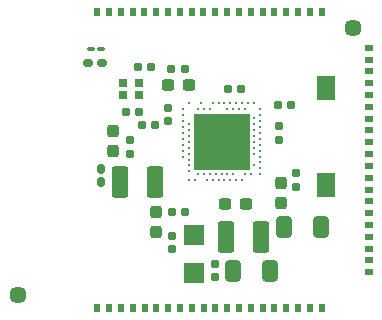
<source format=gbr>
%TF.GenerationSoftware,KiCad,Pcbnew,(5.99.0-9634-gb691c18bfc)*%
%TF.CreationDate,2021-03-08T14:45:00+01:00*%
%TF.ProjectId,nRF52840Breakout,6e524635-3238-4343-9042-7265616b6f75,rev?*%
%TF.SameCoordinates,Original*%
%TF.FileFunction,Soldermask,Top*%
%TF.FilePolarity,Negative*%
%FSLAX46Y46*%
G04 Gerber Fmt 4.6, Leading zero omitted, Abs format (unit mm)*
G04 Created by KiCad (PCBNEW (5.99.0-9634-gb691c18bfc)) date 2021-03-08 14:45:00*
%MOMM*%
%LPD*%
G01*
G04 APERTURE LIST*
G04 Aperture macros list*
%AMRoundRect*
0 Rectangle with rounded corners*
0 $1 Rounding radius*
0 $2 $3 $4 $5 $6 $7 $8 $9 X,Y pos of 4 corners*
0 Add a 4 corners polygon primitive as box body*
4,1,4,$2,$3,$4,$5,$6,$7,$8,$9,$2,$3,0*
0 Add four circle primitives for the rounded corners*
1,1,$1+$1,$2,$3*
1,1,$1+$1,$4,$5*
1,1,$1+$1,$6,$7*
1,1,$1+$1,$8,$9*
0 Add four rect primitives between the rounded corners*
20,1,$1+$1,$2,$3,$4,$5,0*
20,1,$1+$1,$4,$5,$6,$7,0*
20,1,$1+$1,$6,$7,$8,$9,0*
20,1,$1+$1,$8,$9,$2,$3,0*%
G04 Aperture macros list end*
%ADD10RoundRect,0.155000X-0.155000X0.212500X-0.155000X-0.212500X0.155000X-0.212500X0.155000X0.212500X0*%
%ADD11R,0.600000X0.800000*%
%ADD12R,0.800000X0.600000*%
%ADD13RoundRect,0.155000X0.212500X0.155000X-0.212500X0.155000X-0.212500X-0.155000X0.212500X-0.155000X0*%
%ADD14RoundRect,0.237500X0.237500X-0.300000X0.237500X0.300000X-0.237500X0.300000X-0.237500X-0.300000X0*%
%ADD15R,1.500000X2.000000*%
%ADD16RoundRect,0.160000X-0.160000X0.197500X-0.160000X-0.197500X0.160000X-0.197500X0.160000X0.197500X0*%
%ADD17RoundRect,0.160000X-0.222500X-0.160000X0.222500X-0.160000X0.222500X0.160000X-0.222500X0.160000X0*%
%ADD18R,0.750000X0.700000*%
%ADD19RoundRect,0.250001X0.462499X1.074999X-0.462499X1.074999X-0.462499X-1.074999X0.462499X-1.074999X0*%
%ADD20RoundRect,0.250000X-0.412500X-0.650000X0.412500X-0.650000X0.412500X0.650000X-0.412500X0.650000X0*%
%ADD21RoundRect,0.155000X0.155000X-0.212500X0.155000X0.212500X-0.155000X0.212500X-0.155000X-0.212500X0*%
%ADD22RoundRect,0.250000X0.412500X0.650000X-0.412500X0.650000X-0.412500X-0.650000X0.412500X-0.650000X0*%
%ADD23C,1.448000*%
%ADD24RoundRect,0.160000X0.160000X-0.222500X0.160000X0.222500X-0.160000X0.222500X-0.160000X-0.222500X0*%
%ADD25RoundRect,0.237500X-0.237500X0.300000X-0.237500X-0.300000X0.237500X-0.300000X0.237500X0.300000X0*%
%ADD26RoundRect,0.155000X-0.212500X-0.155000X0.212500X-0.155000X0.212500X0.155000X-0.212500X0.155000X0*%
%ADD27R,1.800000X1.750000*%
%ADD28C,0.250000*%
%ADD29R,4.850000X4.850000*%
%ADD30RoundRect,0.100000X0.217500X0.100000X-0.217500X0.100000X-0.217500X-0.100000X0.217500X-0.100000X0*%
%ADD31RoundRect,0.237500X-0.300000X-0.237500X0.300000X-0.237500X0.300000X0.237500X-0.300000X0.237500X0*%
%ADD32RoundRect,0.237500X0.300000X0.237500X-0.300000X0.237500X-0.300000X-0.237500X0.300000X-0.237500X0*%
G04 APERTURE END LIST*
D10*
%TO.C,C12*%
X30980000Y-24255000D03*
X30980000Y-25390000D03*
%TD*%
D11*
%TO.C,J2*%
X24940000Y-16150000D03*
X25940000Y-16150000D03*
X26940000Y-16150000D03*
X27940000Y-16150000D03*
X28940000Y-16150000D03*
X29940000Y-16150000D03*
X30940000Y-16150000D03*
X31940000Y-16150000D03*
X32940000Y-16150000D03*
X33940000Y-16150000D03*
X34940000Y-16150000D03*
X35940000Y-16150000D03*
X36940000Y-16150000D03*
X37940000Y-16150000D03*
X38940000Y-16150000D03*
X39940000Y-16150000D03*
X40940000Y-16150000D03*
X41940000Y-16150000D03*
X42940000Y-16150000D03*
X43940000Y-16150000D03*
%TD*%
D12*
%TO.C,J3*%
X47940000Y-19160000D03*
X47940000Y-20160000D03*
X47940000Y-21160000D03*
X47940000Y-22160000D03*
X47940000Y-23160000D03*
X47940000Y-24160000D03*
X47940000Y-25160000D03*
X47940000Y-26160000D03*
X47940000Y-27160000D03*
X47940000Y-28160000D03*
X47940000Y-29160000D03*
X47940000Y-30160000D03*
X47940000Y-31160000D03*
X47940000Y-32160000D03*
X47940000Y-33160000D03*
X47940000Y-34160000D03*
X47940000Y-35160000D03*
X47940000Y-36160000D03*
X47940000Y-37160000D03*
X47940000Y-38160000D03*
%TD*%
D13*
%TO.C,C10*%
X32347500Y-20930000D03*
X31212500Y-20930000D03*
%TD*%
D14*
%TO.C,C21*%
X40470000Y-32302500D03*
X40470000Y-30577500D03*
%TD*%
D15*
%TO.C,SW1*%
X44350000Y-30790000D03*
X44350000Y-22590000D03*
%TD*%
D16*
%TO.C,R1*%
X41750000Y-29762500D03*
X41750000Y-30957500D03*
%TD*%
D17*
%TO.C,L1*%
X24167500Y-20460000D03*
X25312500Y-20460000D03*
%TD*%
D18*
%TO.C,X1*%
X28450000Y-22160000D03*
X27100000Y-22160000D03*
X27100000Y-23160000D03*
X28450000Y-23160000D03*
%TD*%
D19*
%TO.C,L2*%
X29877500Y-30490000D03*
X26902500Y-30490000D03*
%TD*%
D20*
%TO.C,C6*%
X36467500Y-38050000D03*
X39592500Y-38050000D03*
%TD*%
D21*
%TO.C,C7*%
X40370000Y-26937500D03*
X40370000Y-25802500D03*
%TD*%
D22*
%TO.C,C20*%
X43872500Y-34330000D03*
X40747500Y-34330000D03*
%TD*%
D23*
%TO.C,REF\u002A\u002A2*%
X46590000Y-17480000D03*
%TD*%
D13*
%TO.C,C1*%
X29517500Y-20760000D03*
X28382500Y-20760000D03*
%TD*%
D19*
%TO.C,L4*%
X38807500Y-35140000D03*
X35832500Y-35140000D03*
%TD*%
D23*
%TO.C,REF\u002A\u002A1*%
X18210000Y-40060000D03*
%TD*%
D24*
%TO.C,L3*%
X25300000Y-30550000D03*
X25300000Y-29405000D03*
%TD*%
D14*
%TO.C,C15*%
X26240000Y-27902500D03*
X26240000Y-26177500D03*
%TD*%
D21*
%TO.C,C16*%
X27710000Y-28120000D03*
X27710000Y-26985000D03*
%TD*%
D25*
%TO.C,C14*%
X29940000Y-33057500D03*
X29940000Y-34782500D03*
%TD*%
D26*
%TO.C,C9*%
X36002500Y-22650000D03*
X37137500Y-22650000D03*
%TD*%
D11*
%TO.C,J1*%
X24950000Y-41160000D03*
X25950000Y-41160000D03*
X26950000Y-41160000D03*
X27950000Y-41160000D03*
X28950000Y-41160000D03*
X29950000Y-41160000D03*
X30950000Y-41160000D03*
X31950000Y-41160000D03*
X32950000Y-41160000D03*
X33950000Y-41160000D03*
X34950000Y-41160000D03*
X35950000Y-41160000D03*
X36950000Y-41160000D03*
X37950000Y-41160000D03*
X38950000Y-41160000D03*
X39950000Y-41160000D03*
X40950000Y-41160000D03*
X41950000Y-41160000D03*
X42950000Y-41160000D03*
X43950000Y-41160000D03*
%TD*%
D27*
%TO.C,X2*%
X33100000Y-38265000D03*
X33100000Y-35015000D03*
%TD*%
D28*
%TO.C,U1*%
X32220000Y-28370000D03*
X32220000Y-27870000D03*
X32220000Y-27370000D03*
X32220000Y-26870000D03*
X32220000Y-26370000D03*
X32220000Y-25870000D03*
X32220000Y-25370000D03*
X32220000Y-24870000D03*
X32220000Y-24370000D03*
X37720000Y-23870000D03*
X37970000Y-29870000D03*
X38220000Y-29120000D03*
X38220000Y-28120000D03*
X38220000Y-27620000D03*
X38220000Y-27120000D03*
X38220000Y-26620000D03*
X38220000Y-26120000D03*
X38220000Y-25620000D03*
X38220000Y-25120000D03*
X38220000Y-23870000D03*
X38720000Y-29870000D03*
X38720000Y-29370000D03*
X38720000Y-28870000D03*
X38720000Y-28370000D03*
X38720000Y-27870000D03*
X38720000Y-27370000D03*
X38720000Y-26870000D03*
X38720000Y-26370000D03*
X38720000Y-25870000D03*
X38720000Y-25370000D03*
X38720000Y-24870000D03*
X38720000Y-24370000D03*
X32720000Y-30370000D03*
X32720000Y-29620000D03*
X32720000Y-29120000D03*
X32720000Y-28620000D03*
X32720000Y-28120000D03*
X32720000Y-27620000D03*
X32720000Y-27120000D03*
X32720000Y-26620000D03*
X32720000Y-26120000D03*
X32720000Y-25620000D03*
X32720000Y-23870000D03*
X33220000Y-30370000D03*
X33470000Y-29870000D03*
X33470000Y-24370000D03*
X33720000Y-23870000D03*
D29*
X35470000Y-27120000D03*
D28*
X33970000Y-29870000D03*
X33970000Y-24370000D03*
X34220000Y-30370000D03*
X34470000Y-29870000D03*
X34470000Y-24370000D03*
X34720000Y-30370000D03*
X34720000Y-23870000D03*
X34970000Y-29870000D03*
X35220000Y-30370000D03*
X35220000Y-23870000D03*
X35470000Y-29870000D03*
X35720000Y-30370000D03*
X35720000Y-23870000D03*
X35970000Y-29870000D03*
X35970000Y-24370000D03*
X36220000Y-30370000D03*
X36220000Y-23870000D03*
X36470000Y-29870000D03*
X36470000Y-24370000D03*
X36720000Y-30370000D03*
X36720000Y-23870000D03*
X36970000Y-24370000D03*
X37220000Y-30370000D03*
X37220000Y-23870000D03*
X37470000Y-29870000D03*
X37470000Y-24370000D03*
%TD*%
D30*
%TO.C,C3*%
X25247500Y-19300000D03*
X24432500Y-19300000D03*
%TD*%
D31*
%TO.C,C19*%
X35797500Y-32380000D03*
X37522500Y-32380000D03*
%TD*%
D13*
%TO.C,C5*%
X32415000Y-33080000D03*
X31280000Y-33080000D03*
%TD*%
%TO.C,C2*%
X28517500Y-24560000D03*
X27382500Y-24560000D03*
%TD*%
D32*
%TO.C,C11*%
X32702500Y-22280000D03*
X30977500Y-22280000D03*
%TD*%
D10*
%TO.C,C18*%
X34920000Y-37422500D03*
X34920000Y-38557500D03*
%TD*%
D13*
%TO.C,C13*%
X29850000Y-25660000D03*
X28715000Y-25660000D03*
%TD*%
D26*
%TO.C,C8*%
X40242500Y-24020000D03*
X41377500Y-24020000D03*
%TD*%
D21*
%TO.C,C17*%
X31300000Y-36227500D03*
X31300000Y-35092500D03*
%TD*%
M02*

</source>
